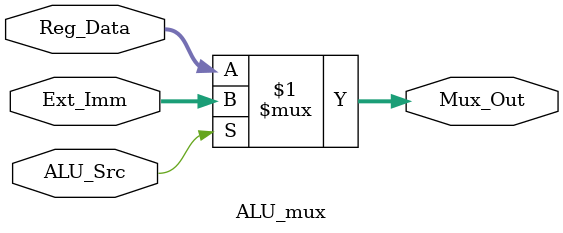
<source format=v>
module ALU_mux(
    input [15:0] Reg_Data,
    input [15:0] Ext_Imm,
    output  [15:0] Mux_Out,
    input ALU_Src
    );
    
    
   assign Mux_Out = (ALU_Src) ? Ext_Imm : Reg_Data;
    
endmodule

</source>
